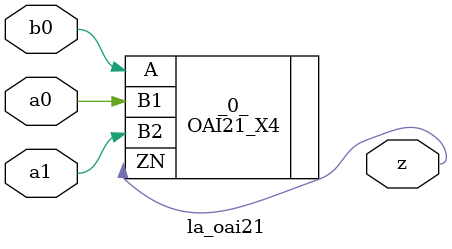
<source format=v>

/* Generated by Yosys 0.44 (git sha1 80ba43d26, g++ 11.4.0-1ubuntu1~22.04 -fPIC -O3) */

(* top =  1  *)
(* src = "inputs/la_oai21.v:10.1-21.10" *)
module la_oai21 (
    a0,
    a1,
    b0,
    z
);
  (* src = "inputs/la_oai21.v:13.12-13.14" *)
  input a0;
  wire a0;
  (* src = "inputs/la_oai21.v:14.12-14.14" *)
  input a1;
  wire a1;
  (* src = "inputs/la_oai21.v:15.12-15.14" *)
  input b0;
  wire b0;
  (* src = "inputs/la_oai21.v:16.12-16.13" *)
  output z;
  wire z;
  OAI21_X4 _0_ (
      .A (b0),
      .B1(a0),
      .B2(a1),
      .ZN(z)
  );
endmodule

</source>
